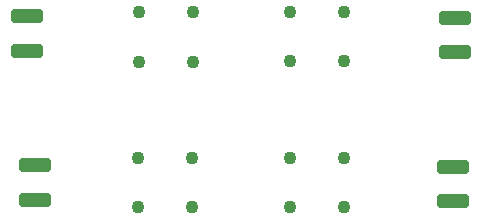
<source format=gbr>
%TF.GenerationSoftware,KiCad,Pcbnew,(6.0.8-1)-1*%
%TF.CreationDate,2023-06-07T12:10:09-04:00*%
%TF.ProjectId,Ecal2.5x2.5cm,4563616c-322e-4357-9832-2e35636d2e6b,rev?*%
%TF.SameCoordinates,Original*%
%TF.FileFunction,Paste,Top*%
%TF.FilePolarity,Positive*%
%FSLAX46Y46*%
G04 Gerber Fmt 4.6, Leading zero omitted, Abs format (unit mm)*
G04 Created by KiCad (PCBNEW (6.0.8-1)-1) date 2023-06-07 12:10:09*
%MOMM*%
%LPD*%
G01*
G04 APERTURE LIST*
G04 Aperture macros list*
%AMRoundRect*
0 Rectangle with rounded corners*
0 $1 Rounding radius*
0 $2 $3 $4 $5 $6 $7 $8 $9 X,Y pos of 4 corners*
0 Add a 4 corners polygon primitive as box body*
4,1,4,$2,$3,$4,$5,$6,$7,$8,$9,$2,$3,0*
0 Add four circle primitives for the rounded corners*
1,1,$1+$1,$2,$3*
1,1,$1+$1,$4,$5*
1,1,$1+$1,$6,$7*
1,1,$1+$1,$8,$9*
0 Add four rect primitives between the rounded corners*
20,1,$1+$1,$2,$3,$4,$5,0*
20,1,$1+$1,$4,$5,$6,$7,0*
20,1,$1+$1,$6,$7,$8,$9,0*
20,1,$1+$1,$8,$9,$2,$3,0*%
G04 Aperture macros list end*
%ADD10RoundRect,0.250000X1.100000X-0.325000X1.100000X0.325000X-1.100000X0.325000X-1.100000X-0.325000X0*%
%ADD11RoundRect,0.250000X-1.100000X0.325000X-1.100000X-0.325000X1.100000X-0.325000X1.100000X0.325000X0*%
%ADD12C,1.100000*%
G04 APERTURE END LIST*
D10*
%TO.C,10 nF*%
X130449900Y-70287500D03*
X130449900Y-67337500D03*
%TD*%
%TO.C,10 nF*%
X130600000Y-57675000D03*
X130600000Y-54725000D03*
%TD*%
D11*
%TO.C,10 nF*%
X95000000Y-67225000D03*
X95000000Y-70175000D03*
%TD*%
D12*
%TO.C,REF\u002A\u002A*%
X108365100Y-66584900D03*
X103765100Y-66584900D03*
X103765100Y-70784900D03*
X108365100Y-70784900D03*
%TD*%
%TO.C,REF\u002A\u002A*%
X108415100Y-54265100D03*
X103815100Y-54265100D03*
X103815100Y-58465100D03*
X108415100Y-58465100D03*
%TD*%
%TO.C,REF\u002A\u002A*%
X116634900Y-58415100D03*
X121234900Y-58415100D03*
X121234900Y-54215100D03*
X116634900Y-54215100D03*
%TD*%
%TO.C,REF\u002A\u002A*%
X116634900Y-66584900D03*
X121234900Y-66584900D03*
X121234900Y-70784900D03*
X116634900Y-70784900D03*
%TD*%
D11*
%TO.C,10 nF*%
X94400000Y-54625000D03*
X94400000Y-57575000D03*
%TD*%
M02*

</source>
